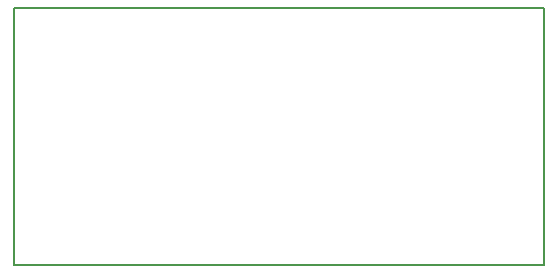
<source format=gbo>
G04 MADE WITH FRITZING*
G04 WWW.FRITZING.ORG*
G04 DOUBLE SIDED*
G04 HOLES PLATED*
G04 CONTOUR ON CENTER OF CONTOUR VECTOR*
%ASAXBY*%
%FSLAX23Y23*%
%MOIN*%
%OFA0B0*%
%SFA1.0B1.0*%
%ADD10R,1.771650X0.866142X1.755650X0.850142*%
%ADD11C,0.008000*%
%LNSILK0*%
G90*
G70*
G54D11*
X4Y862D02*
X1768Y862D01*
X1768Y4D01*
X4Y4D01*
X4Y862D01*
D02*
G04 End of Silk0*
M02*
</source>
